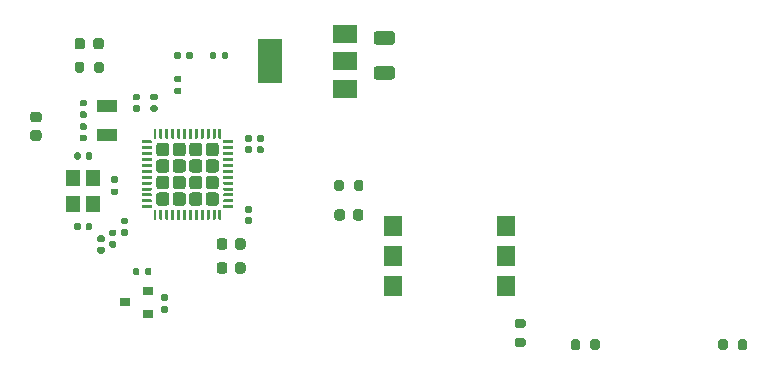
<source format=gbr>
%TF.GenerationSoftware,KiCad,Pcbnew,5.1.9*%
%TF.CreationDate,2021-04-07T12:29:47+02:00*%
%TF.ProjectId,lampa,6c616d70-612e-46b6-9963-61645f706362,rev?*%
%TF.SameCoordinates,Original*%
%TF.FileFunction,Paste,Top*%
%TF.FilePolarity,Positive*%
%FSLAX46Y46*%
G04 Gerber Fmt 4.6, Leading zero omitted, Abs format (unit mm)*
G04 Created by KiCad (PCBNEW 5.1.9) date 2021-04-07 12:29:47*
%MOMM*%
%LPD*%
G01*
G04 APERTURE LIST*
%ADD10R,0.900000X0.800000*%
%ADD11R,1.500000X1.780000*%
%ADD12R,1.800000X1.000000*%
%ADD13R,1.200000X1.400000*%
%ADD14R,2.000000X1.500000*%
%ADD15R,2.000000X3.800000*%
G04 APERTURE END LIST*
%TO.C,R5*%
G36*
G01*
X123260000Y-90115000D02*
X123260000Y-90485000D01*
G75*
G02*
X123125000Y-90620000I-135000J0D01*
G01*
X122855000Y-90620000D01*
G75*
G02*
X122720000Y-90485000I0J135000D01*
G01*
X122720000Y-90115000D01*
G75*
G02*
X122855000Y-89980000I135000J0D01*
G01*
X123125000Y-89980000D01*
G75*
G02*
X123260000Y-90115000I0J-135000D01*
G01*
G37*
G36*
G01*
X124280000Y-90115000D02*
X124280000Y-90485000D01*
G75*
G02*
X124145000Y-90620000I-135000J0D01*
G01*
X123875000Y-90620000D01*
G75*
G02*
X123740000Y-90485000I0J135000D01*
G01*
X123740000Y-90115000D01*
G75*
G02*
X123875000Y-89980000I135000J0D01*
G01*
X124145000Y-89980000D01*
G75*
G02*
X124280000Y-90115000I0J-135000D01*
G01*
G37*
%TD*%
D10*
%TO.C,Q3*%
X122000000Y-92900000D03*
X124000000Y-91950000D03*
X124000000Y-93850000D03*
%TD*%
%TO.C,R6*%
G36*
G01*
X125215000Y-93240000D02*
X125585000Y-93240000D01*
G75*
G02*
X125720000Y-93375000I0J-135000D01*
G01*
X125720000Y-93645000D01*
G75*
G02*
X125585000Y-93780000I-135000J0D01*
G01*
X125215000Y-93780000D01*
G75*
G02*
X125080000Y-93645000I0J135000D01*
G01*
X125080000Y-93375000D01*
G75*
G02*
X125215000Y-93240000I135000J0D01*
G01*
G37*
G36*
G01*
X125215000Y-92220000D02*
X125585000Y-92220000D01*
G75*
G02*
X125720000Y-92355000I0J-135000D01*
G01*
X125720000Y-92625000D01*
G75*
G02*
X125585000Y-92760000I-135000J0D01*
G01*
X125215000Y-92760000D01*
G75*
G02*
X125080000Y-92625000I0J135000D01*
G01*
X125080000Y-92355000D01*
G75*
G02*
X125215000Y-92220000I135000J0D01*
G01*
G37*
%TD*%
%TO.C,R10*%
G36*
G01*
X127240000Y-72185000D02*
X127240000Y-71815000D01*
G75*
G02*
X127375000Y-71680000I135000J0D01*
G01*
X127645000Y-71680000D01*
G75*
G02*
X127780000Y-71815000I0J-135000D01*
G01*
X127780000Y-72185000D01*
G75*
G02*
X127645000Y-72320000I-135000J0D01*
G01*
X127375000Y-72320000D01*
G75*
G02*
X127240000Y-72185000I0J135000D01*
G01*
G37*
G36*
G01*
X126220000Y-72185000D02*
X126220000Y-71815000D01*
G75*
G02*
X126355000Y-71680000I135000J0D01*
G01*
X126625000Y-71680000D01*
G75*
G02*
X126760000Y-71815000I0J-135000D01*
G01*
X126760000Y-72185000D01*
G75*
G02*
X126625000Y-72320000I-135000J0D01*
G01*
X126355000Y-72320000D01*
G75*
G02*
X126220000Y-72185000I0J135000D01*
G01*
G37*
%TD*%
%TO.C,R9*%
G36*
G01*
X129760000Y-71815000D02*
X129760000Y-72185000D01*
G75*
G02*
X129625000Y-72320000I-135000J0D01*
G01*
X129355000Y-72320000D01*
G75*
G02*
X129220000Y-72185000I0J135000D01*
G01*
X129220000Y-71815000D01*
G75*
G02*
X129355000Y-71680000I135000J0D01*
G01*
X129625000Y-71680000D01*
G75*
G02*
X129760000Y-71815000I0J-135000D01*
G01*
G37*
G36*
G01*
X130780000Y-71815000D02*
X130780000Y-72185000D01*
G75*
G02*
X130645000Y-72320000I-135000J0D01*
G01*
X130375000Y-72320000D01*
G75*
G02*
X130240000Y-72185000I0J135000D01*
G01*
X130240000Y-71815000D01*
G75*
G02*
X130375000Y-71680000I135000J0D01*
G01*
X130645000Y-71680000D01*
G75*
G02*
X130780000Y-71815000I0J-135000D01*
G01*
G37*
%TD*%
%TO.C,C1*%
G36*
G01*
X123170000Y-75800000D02*
X122830000Y-75800000D01*
G75*
G02*
X122690000Y-75660000I0J140000D01*
G01*
X122690000Y-75380000D01*
G75*
G02*
X122830000Y-75240000I140000J0D01*
G01*
X123170000Y-75240000D01*
G75*
G02*
X123310000Y-75380000I0J-140000D01*
G01*
X123310000Y-75660000D01*
G75*
G02*
X123170000Y-75800000I-140000J0D01*
G01*
G37*
G36*
G01*
X123170000Y-76760000D02*
X122830000Y-76760000D01*
G75*
G02*
X122690000Y-76620000I0J140000D01*
G01*
X122690000Y-76340000D01*
G75*
G02*
X122830000Y-76200000I140000J0D01*
G01*
X123170000Y-76200000D01*
G75*
G02*
X123310000Y-76340000I0J-140000D01*
G01*
X123310000Y-76620000D01*
G75*
G02*
X123170000Y-76760000I-140000J0D01*
G01*
G37*
%TD*%
D11*
%TO.C,U3*%
X154265000Y-86460000D03*
X144735000Y-91540000D03*
X154265000Y-89000000D03*
X144735000Y-89000000D03*
X154265000Y-91540000D03*
X144735000Y-86460000D03*
%TD*%
D12*
%TO.C,Y2*%
X120500000Y-78750000D03*
X120500000Y-76250000D03*
%TD*%
D13*
%TO.C,Y1*%
X119350000Y-82400000D03*
X119350000Y-84600000D03*
X117650000Y-84600000D03*
X117650000Y-82400000D03*
%TD*%
%TO.C,U4*%
G36*
G01*
X128865000Y-84475000D02*
X128865000Y-83845000D01*
G75*
G02*
X129115000Y-83595000I250000J0D01*
G01*
X129745000Y-83595000D01*
G75*
G02*
X129995000Y-83845000I0J-250000D01*
G01*
X129995000Y-84475000D01*
G75*
G02*
X129745000Y-84725000I-250000J0D01*
G01*
X129115000Y-84725000D01*
G75*
G02*
X128865000Y-84475000I0J250000D01*
G01*
G37*
G36*
G01*
X128865000Y-83075000D02*
X128865000Y-82445000D01*
G75*
G02*
X129115000Y-82195000I250000J0D01*
G01*
X129745000Y-82195000D01*
G75*
G02*
X129995000Y-82445000I0J-250000D01*
G01*
X129995000Y-83075000D01*
G75*
G02*
X129745000Y-83325000I-250000J0D01*
G01*
X129115000Y-83325000D01*
G75*
G02*
X128865000Y-83075000I0J250000D01*
G01*
G37*
G36*
G01*
X128865000Y-81675000D02*
X128865000Y-81045000D01*
G75*
G02*
X129115000Y-80795000I250000J0D01*
G01*
X129745000Y-80795000D01*
G75*
G02*
X129995000Y-81045000I0J-250000D01*
G01*
X129995000Y-81675000D01*
G75*
G02*
X129745000Y-81925000I-250000J0D01*
G01*
X129115000Y-81925000D01*
G75*
G02*
X128865000Y-81675000I0J250000D01*
G01*
G37*
G36*
G01*
X128865000Y-80275000D02*
X128865000Y-79645000D01*
G75*
G02*
X129115000Y-79395000I250000J0D01*
G01*
X129745000Y-79395000D01*
G75*
G02*
X129995000Y-79645000I0J-250000D01*
G01*
X129995000Y-80275000D01*
G75*
G02*
X129745000Y-80525000I-250000J0D01*
G01*
X129115000Y-80525000D01*
G75*
G02*
X128865000Y-80275000I0J250000D01*
G01*
G37*
G36*
G01*
X127465000Y-84475000D02*
X127465000Y-83845000D01*
G75*
G02*
X127715000Y-83595000I250000J0D01*
G01*
X128345000Y-83595000D01*
G75*
G02*
X128595000Y-83845000I0J-250000D01*
G01*
X128595000Y-84475000D01*
G75*
G02*
X128345000Y-84725000I-250000J0D01*
G01*
X127715000Y-84725000D01*
G75*
G02*
X127465000Y-84475000I0J250000D01*
G01*
G37*
G36*
G01*
X127465000Y-83075000D02*
X127465000Y-82445000D01*
G75*
G02*
X127715000Y-82195000I250000J0D01*
G01*
X128345000Y-82195000D01*
G75*
G02*
X128595000Y-82445000I0J-250000D01*
G01*
X128595000Y-83075000D01*
G75*
G02*
X128345000Y-83325000I-250000J0D01*
G01*
X127715000Y-83325000D01*
G75*
G02*
X127465000Y-83075000I0J250000D01*
G01*
G37*
G36*
G01*
X127465000Y-81675000D02*
X127465000Y-81045000D01*
G75*
G02*
X127715000Y-80795000I250000J0D01*
G01*
X128345000Y-80795000D01*
G75*
G02*
X128595000Y-81045000I0J-250000D01*
G01*
X128595000Y-81675000D01*
G75*
G02*
X128345000Y-81925000I-250000J0D01*
G01*
X127715000Y-81925000D01*
G75*
G02*
X127465000Y-81675000I0J250000D01*
G01*
G37*
G36*
G01*
X127465000Y-80275000D02*
X127465000Y-79645000D01*
G75*
G02*
X127715000Y-79395000I250000J0D01*
G01*
X128345000Y-79395000D01*
G75*
G02*
X128595000Y-79645000I0J-250000D01*
G01*
X128595000Y-80275000D01*
G75*
G02*
X128345000Y-80525000I-250000J0D01*
G01*
X127715000Y-80525000D01*
G75*
G02*
X127465000Y-80275000I0J250000D01*
G01*
G37*
G36*
G01*
X126065000Y-84475000D02*
X126065000Y-83845000D01*
G75*
G02*
X126315000Y-83595000I250000J0D01*
G01*
X126945000Y-83595000D01*
G75*
G02*
X127195000Y-83845000I0J-250000D01*
G01*
X127195000Y-84475000D01*
G75*
G02*
X126945000Y-84725000I-250000J0D01*
G01*
X126315000Y-84725000D01*
G75*
G02*
X126065000Y-84475000I0J250000D01*
G01*
G37*
G36*
G01*
X126065000Y-83075000D02*
X126065000Y-82445000D01*
G75*
G02*
X126315000Y-82195000I250000J0D01*
G01*
X126945000Y-82195000D01*
G75*
G02*
X127195000Y-82445000I0J-250000D01*
G01*
X127195000Y-83075000D01*
G75*
G02*
X126945000Y-83325000I-250000J0D01*
G01*
X126315000Y-83325000D01*
G75*
G02*
X126065000Y-83075000I0J250000D01*
G01*
G37*
G36*
G01*
X126065000Y-81675000D02*
X126065000Y-81045000D01*
G75*
G02*
X126315000Y-80795000I250000J0D01*
G01*
X126945000Y-80795000D01*
G75*
G02*
X127195000Y-81045000I0J-250000D01*
G01*
X127195000Y-81675000D01*
G75*
G02*
X126945000Y-81925000I-250000J0D01*
G01*
X126315000Y-81925000D01*
G75*
G02*
X126065000Y-81675000I0J250000D01*
G01*
G37*
G36*
G01*
X126065000Y-80275000D02*
X126065000Y-79645000D01*
G75*
G02*
X126315000Y-79395000I250000J0D01*
G01*
X126945000Y-79395000D01*
G75*
G02*
X127195000Y-79645000I0J-250000D01*
G01*
X127195000Y-80275000D01*
G75*
G02*
X126945000Y-80525000I-250000J0D01*
G01*
X126315000Y-80525000D01*
G75*
G02*
X126065000Y-80275000I0J250000D01*
G01*
G37*
G36*
G01*
X124665000Y-84475000D02*
X124665000Y-83845000D01*
G75*
G02*
X124915000Y-83595000I250000J0D01*
G01*
X125545000Y-83595000D01*
G75*
G02*
X125795000Y-83845000I0J-250000D01*
G01*
X125795000Y-84475000D01*
G75*
G02*
X125545000Y-84725000I-250000J0D01*
G01*
X124915000Y-84725000D01*
G75*
G02*
X124665000Y-84475000I0J250000D01*
G01*
G37*
G36*
G01*
X124665000Y-83075000D02*
X124665000Y-82445000D01*
G75*
G02*
X124915000Y-82195000I250000J0D01*
G01*
X125545000Y-82195000D01*
G75*
G02*
X125795000Y-82445000I0J-250000D01*
G01*
X125795000Y-83075000D01*
G75*
G02*
X125545000Y-83325000I-250000J0D01*
G01*
X124915000Y-83325000D01*
G75*
G02*
X124665000Y-83075000I0J250000D01*
G01*
G37*
G36*
G01*
X124665000Y-81675000D02*
X124665000Y-81045000D01*
G75*
G02*
X124915000Y-80795000I250000J0D01*
G01*
X125545000Y-80795000D01*
G75*
G02*
X125795000Y-81045000I0J-250000D01*
G01*
X125795000Y-81675000D01*
G75*
G02*
X125545000Y-81925000I-250000J0D01*
G01*
X124915000Y-81925000D01*
G75*
G02*
X124665000Y-81675000I0J250000D01*
G01*
G37*
G36*
G01*
X124665000Y-80275000D02*
X124665000Y-79645000D01*
G75*
G02*
X124915000Y-79395000I250000J0D01*
G01*
X125545000Y-79395000D01*
G75*
G02*
X125795000Y-79645000I0J-250000D01*
G01*
X125795000Y-80275000D01*
G75*
G02*
X125545000Y-80525000I-250000J0D01*
G01*
X124915000Y-80525000D01*
G75*
G02*
X124665000Y-80275000I0J250000D01*
G01*
G37*
G36*
G01*
X124455000Y-78997500D02*
X124455000Y-78247500D01*
G75*
G02*
X124517500Y-78185000I62500J0D01*
G01*
X124642500Y-78185000D01*
G75*
G02*
X124705000Y-78247500I0J-62500D01*
G01*
X124705000Y-78997500D01*
G75*
G02*
X124642500Y-79060000I-62500J0D01*
G01*
X124517500Y-79060000D01*
G75*
G02*
X124455000Y-78997500I0J62500D01*
G01*
G37*
G36*
G01*
X124955000Y-78997500D02*
X124955000Y-78247500D01*
G75*
G02*
X125017500Y-78185000I62500J0D01*
G01*
X125142500Y-78185000D01*
G75*
G02*
X125205000Y-78247500I0J-62500D01*
G01*
X125205000Y-78997500D01*
G75*
G02*
X125142500Y-79060000I-62500J0D01*
G01*
X125017500Y-79060000D01*
G75*
G02*
X124955000Y-78997500I0J62500D01*
G01*
G37*
G36*
G01*
X125455000Y-78997500D02*
X125455000Y-78247500D01*
G75*
G02*
X125517500Y-78185000I62500J0D01*
G01*
X125642500Y-78185000D01*
G75*
G02*
X125705000Y-78247500I0J-62500D01*
G01*
X125705000Y-78997500D01*
G75*
G02*
X125642500Y-79060000I-62500J0D01*
G01*
X125517500Y-79060000D01*
G75*
G02*
X125455000Y-78997500I0J62500D01*
G01*
G37*
G36*
G01*
X125955000Y-78997500D02*
X125955000Y-78247500D01*
G75*
G02*
X126017500Y-78185000I62500J0D01*
G01*
X126142500Y-78185000D01*
G75*
G02*
X126205000Y-78247500I0J-62500D01*
G01*
X126205000Y-78997500D01*
G75*
G02*
X126142500Y-79060000I-62500J0D01*
G01*
X126017500Y-79060000D01*
G75*
G02*
X125955000Y-78997500I0J62500D01*
G01*
G37*
G36*
G01*
X126455000Y-78997500D02*
X126455000Y-78247500D01*
G75*
G02*
X126517500Y-78185000I62500J0D01*
G01*
X126642500Y-78185000D01*
G75*
G02*
X126705000Y-78247500I0J-62500D01*
G01*
X126705000Y-78997500D01*
G75*
G02*
X126642500Y-79060000I-62500J0D01*
G01*
X126517500Y-79060000D01*
G75*
G02*
X126455000Y-78997500I0J62500D01*
G01*
G37*
G36*
G01*
X126955000Y-78997500D02*
X126955000Y-78247500D01*
G75*
G02*
X127017500Y-78185000I62500J0D01*
G01*
X127142500Y-78185000D01*
G75*
G02*
X127205000Y-78247500I0J-62500D01*
G01*
X127205000Y-78997500D01*
G75*
G02*
X127142500Y-79060000I-62500J0D01*
G01*
X127017500Y-79060000D01*
G75*
G02*
X126955000Y-78997500I0J62500D01*
G01*
G37*
G36*
G01*
X127455000Y-78997500D02*
X127455000Y-78247500D01*
G75*
G02*
X127517500Y-78185000I62500J0D01*
G01*
X127642500Y-78185000D01*
G75*
G02*
X127705000Y-78247500I0J-62500D01*
G01*
X127705000Y-78997500D01*
G75*
G02*
X127642500Y-79060000I-62500J0D01*
G01*
X127517500Y-79060000D01*
G75*
G02*
X127455000Y-78997500I0J62500D01*
G01*
G37*
G36*
G01*
X127955000Y-78997500D02*
X127955000Y-78247500D01*
G75*
G02*
X128017500Y-78185000I62500J0D01*
G01*
X128142500Y-78185000D01*
G75*
G02*
X128205000Y-78247500I0J-62500D01*
G01*
X128205000Y-78997500D01*
G75*
G02*
X128142500Y-79060000I-62500J0D01*
G01*
X128017500Y-79060000D01*
G75*
G02*
X127955000Y-78997500I0J62500D01*
G01*
G37*
G36*
G01*
X128455000Y-78997500D02*
X128455000Y-78247500D01*
G75*
G02*
X128517500Y-78185000I62500J0D01*
G01*
X128642500Y-78185000D01*
G75*
G02*
X128705000Y-78247500I0J-62500D01*
G01*
X128705000Y-78997500D01*
G75*
G02*
X128642500Y-79060000I-62500J0D01*
G01*
X128517500Y-79060000D01*
G75*
G02*
X128455000Y-78997500I0J62500D01*
G01*
G37*
G36*
G01*
X128955000Y-78997500D02*
X128955000Y-78247500D01*
G75*
G02*
X129017500Y-78185000I62500J0D01*
G01*
X129142500Y-78185000D01*
G75*
G02*
X129205000Y-78247500I0J-62500D01*
G01*
X129205000Y-78997500D01*
G75*
G02*
X129142500Y-79060000I-62500J0D01*
G01*
X129017500Y-79060000D01*
G75*
G02*
X128955000Y-78997500I0J62500D01*
G01*
G37*
G36*
G01*
X129455000Y-78997500D02*
X129455000Y-78247500D01*
G75*
G02*
X129517500Y-78185000I62500J0D01*
G01*
X129642500Y-78185000D01*
G75*
G02*
X129705000Y-78247500I0J-62500D01*
G01*
X129705000Y-78997500D01*
G75*
G02*
X129642500Y-79060000I-62500J0D01*
G01*
X129517500Y-79060000D01*
G75*
G02*
X129455000Y-78997500I0J62500D01*
G01*
G37*
G36*
G01*
X129955000Y-78997500D02*
X129955000Y-78247500D01*
G75*
G02*
X130017500Y-78185000I62500J0D01*
G01*
X130142500Y-78185000D01*
G75*
G02*
X130205000Y-78247500I0J-62500D01*
G01*
X130205000Y-78997500D01*
G75*
G02*
X130142500Y-79060000I-62500J0D01*
G01*
X130017500Y-79060000D01*
G75*
G02*
X129955000Y-78997500I0J62500D01*
G01*
G37*
G36*
G01*
X130330000Y-79372500D02*
X130330000Y-79247500D01*
G75*
G02*
X130392500Y-79185000I62500J0D01*
G01*
X131142500Y-79185000D01*
G75*
G02*
X131205000Y-79247500I0J-62500D01*
G01*
X131205000Y-79372500D01*
G75*
G02*
X131142500Y-79435000I-62500J0D01*
G01*
X130392500Y-79435000D01*
G75*
G02*
X130330000Y-79372500I0J62500D01*
G01*
G37*
G36*
G01*
X130330000Y-79872500D02*
X130330000Y-79747500D01*
G75*
G02*
X130392500Y-79685000I62500J0D01*
G01*
X131142500Y-79685000D01*
G75*
G02*
X131205000Y-79747500I0J-62500D01*
G01*
X131205000Y-79872500D01*
G75*
G02*
X131142500Y-79935000I-62500J0D01*
G01*
X130392500Y-79935000D01*
G75*
G02*
X130330000Y-79872500I0J62500D01*
G01*
G37*
G36*
G01*
X130330000Y-80372500D02*
X130330000Y-80247500D01*
G75*
G02*
X130392500Y-80185000I62500J0D01*
G01*
X131142500Y-80185000D01*
G75*
G02*
X131205000Y-80247500I0J-62500D01*
G01*
X131205000Y-80372500D01*
G75*
G02*
X131142500Y-80435000I-62500J0D01*
G01*
X130392500Y-80435000D01*
G75*
G02*
X130330000Y-80372500I0J62500D01*
G01*
G37*
G36*
G01*
X130330000Y-80872500D02*
X130330000Y-80747500D01*
G75*
G02*
X130392500Y-80685000I62500J0D01*
G01*
X131142500Y-80685000D01*
G75*
G02*
X131205000Y-80747500I0J-62500D01*
G01*
X131205000Y-80872500D01*
G75*
G02*
X131142500Y-80935000I-62500J0D01*
G01*
X130392500Y-80935000D01*
G75*
G02*
X130330000Y-80872500I0J62500D01*
G01*
G37*
G36*
G01*
X130330000Y-81372500D02*
X130330000Y-81247500D01*
G75*
G02*
X130392500Y-81185000I62500J0D01*
G01*
X131142500Y-81185000D01*
G75*
G02*
X131205000Y-81247500I0J-62500D01*
G01*
X131205000Y-81372500D01*
G75*
G02*
X131142500Y-81435000I-62500J0D01*
G01*
X130392500Y-81435000D01*
G75*
G02*
X130330000Y-81372500I0J62500D01*
G01*
G37*
G36*
G01*
X130330000Y-81872500D02*
X130330000Y-81747500D01*
G75*
G02*
X130392500Y-81685000I62500J0D01*
G01*
X131142500Y-81685000D01*
G75*
G02*
X131205000Y-81747500I0J-62500D01*
G01*
X131205000Y-81872500D01*
G75*
G02*
X131142500Y-81935000I-62500J0D01*
G01*
X130392500Y-81935000D01*
G75*
G02*
X130330000Y-81872500I0J62500D01*
G01*
G37*
G36*
G01*
X130330000Y-82372500D02*
X130330000Y-82247500D01*
G75*
G02*
X130392500Y-82185000I62500J0D01*
G01*
X131142500Y-82185000D01*
G75*
G02*
X131205000Y-82247500I0J-62500D01*
G01*
X131205000Y-82372500D01*
G75*
G02*
X131142500Y-82435000I-62500J0D01*
G01*
X130392500Y-82435000D01*
G75*
G02*
X130330000Y-82372500I0J62500D01*
G01*
G37*
G36*
G01*
X130330000Y-82872500D02*
X130330000Y-82747500D01*
G75*
G02*
X130392500Y-82685000I62500J0D01*
G01*
X131142500Y-82685000D01*
G75*
G02*
X131205000Y-82747500I0J-62500D01*
G01*
X131205000Y-82872500D01*
G75*
G02*
X131142500Y-82935000I-62500J0D01*
G01*
X130392500Y-82935000D01*
G75*
G02*
X130330000Y-82872500I0J62500D01*
G01*
G37*
G36*
G01*
X130330000Y-83372500D02*
X130330000Y-83247500D01*
G75*
G02*
X130392500Y-83185000I62500J0D01*
G01*
X131142500Y-83185000D01*
G75*
G02*
X131205000Y-83247500I0J-62500D01*
G01*
X131205000Y-83372500D01*
G75*
G02*
X131142500Y-83435000I-62500J0D01*
G01*
X130392500Y-83435000D01*
G75*
G02*
X130330000Y-83372500I0J62500D01*
G01*
G37*
G36*
G01*
X130330000Y-83872500D02*
X130330000Y-83747500D01*
G75*
G02*
X130392500Y-83685000I62500J0D01*
G01*
X131142500Y-83685000D01*
G75*
G02*
X131205000Y-83747500I0J-62500D01*
G01*
X131205000Y-83872500D01*
G75*
G02*
X131142500Y-83935000I-62500J0D01*
G01*
X130392500Y-83935000D01*
G75*
G02*
X130330000Y-83872500I0J62500D01*
G01*
G37*
G36*
G01*
X130330000Y-84372500D02*
X130330000Y-84247500D01*
G75*
G02*
X130392500Y-84185000I62500J0D01*
G01*
X131142500Y-84185000D01*
G75*
G02*
X131205000Y-84247500I0J-62500D01*
G01*
X131205000Y-84372500D01*
G75*
G02*
X131142500Y-84435000I-62500J0D01*
G01*
X130392500Y-84435000D01*
G75*
G02*
X130330000Y-84372500I0J62500D01*
G01*
G37*
G36*
G01*
X130330000Y-84872500D02*
X130330000Y-84747500D01*
G75*
G02*
X130392500Y-84685000I62500J0D01*
G01*
X131142500Y-84685000D01*
G75*
G02*
X131205000Y-84747500I0J-62500D01*
G01*
X131205000Y-84872500D01*
G75*
G02*
X131142500Y-84935000I-62500J0D01*
G01*
X130392500Y-84935000D01*
G75*
G02*
X130330000Y-84872500I0J62500D01*
G01*
G37*
G36*
G01*
X129955000Y-85872500D02*
X129955000Y-85122500D01*
G75*
G02*
X130017500Y-85060000I62500J0D01*
G01*
X130142500Y-85060000D01*
G75*
G02*
X130205000Y-85122500I0J-62500D01*
G01*
X130205000Y-85872500D01*
G75*
G02*
X130142500Y-85935000I-62500J0D01*
G01*
X130017500Y-85935000D01*
G75*
G02*
X129955000Y-85872500I0J62500D01*
G01*
G37*
G36*
G01*
X129455000Y-85872500D02*
X129455000Y-85122500D01*
G75*
G02*
X129517500Y-85060000I62500J0D01*
G01*
X129642500Y-85060000D01*
G75*
G02*
X129705000Y-85122500I0J-62500D01*
G01*
X129705000Y-85872500D01*
G75*
G02*
X129642500Y-85935000I-62500J0D01*
G01*
X129517500Y-85935000D01*
G75*
G02*
X129455000Y-85872500I0J62500D01*
G01*
G37*
G36*
G01*
X128955000Y-85872500D02*
X128955000Y-85122500D01*
G75*
G02*
X129017500Y-85060000I62500J0D01*
G01*
X129142500Y-85060000D01*
G75*
G02*
X129205000Y-85122500I0J-62500D01*
G01*
X129205000Y-85872500D01*
G75*
G02*
X129142500Y-85935000I-62500J0D01*
G01*
X129017500Y-85935000D01*
G75*
G02*
X128955000Y-85872500I0J62500D01*
G01*
G37*
G36*
G01*
X128455000Y-85872500D02*
X128455000Y-85122500D01*
G75*
G02*
X128517500Y-85060000I62500J0D01*
G01*
X128642500Y-85060000D01*
G75*
G02*
X128705000Y-85122500I0J-62500D01*
G01*
X128705000Y-85872500D01*
G75*
G02*
X128642500Y-85935000I-62500J0D01*
G01*
X128517500Y-85935000D01*
G75*
G02*
X128455000Y-85872500I0J62500D01*
G01*
G37*
G36*
G01*
X127955000Y-85872500D02*
X127955000Y-85122500D01*
G75*
G02*
X128017500Y-85060000I62500J0D01*
G01*
X128142500Y-85060000D01*
G75*
G02*
X128205000Y-85122500I0J-62500D01*
G01*
X128205000Y-85872500D01*
G75*
G02*
X128142500Y-85935000I-62500J0D01*
G01*
X128017500Y-85935000D01*
G75*
G02*
X127955000Y-85872500I0J62500D01*
G01*
G37*
G36*
G01*
X127455000Y-85872500D02*
X127455000Y-85122500D01*
G75*
G02*
X127517500Y-85060000I62500J0D01*
G01*
X127642500Y-85060000D01*
G75*
G02*
X127705000Y-85122500I0J-62500D01*
G01*
X127705000Y-85872500D01*
G75*
G02*
X127642500Y-85935000I-62500J0D01*
G01*
X127517500Y-85935000D01*
G75*
G02*
X127455000Y-85872500I0J62500D01*
G01*
G37*
G36*
G01*
X126955000Y-85872500D02*
X126955000Y-85122500D01*
G75*
G02*
X127017500Y-85060000I62500J0D01*
G01*
X127142500Y-85060000D01*
G75*
G02*
X127205000Y-85122500I0J-62500D01*
G01*
X127205000Y-85872500D01*
G75*
G02*
X127142500Y-85935000I-62500J0D01*
G01*
X127017500Y-85935000D01*
G75*
G02*
X126955000Y-85872500I0J62500D01*
G01*
G37*
G36*
G01*
X126455000Y-85872500D02*
X126455000Y-85122500D01*
G75*
G02*
X126517500Y-85060000I62500J0D01*
G01*
X126642500Y-85060000D01*
G75*
G02*
X126705000Y-85122500I0J-62500D01*
G01*
X126705000Y-85872500D01*
G75*
G02*
X126642500Y-85935000I-62500J0D01*
G01*
X126517500Y-85935000D01*
G75*
G02*
X126455000Y-85872500I0J62500D01*
G01*
G37*
G36*
G01*
X125955000Y-85872500D02*
X125955000Y-85122500D01*
G75*
G02*
X126017500Y-85060000I62500J0D01*
G01*
X126142500Y-85060000D01*
G75*
G02*
X126205000Y-85122500I0J-62500D01*
G01*
X126205000Y-85872500D01*
G75*
G02*
X126142500Y-85935000I-62500J0D01*
G01*
X126017500Y-85935000D01*
G75*
G02*
X125955000Y-85872500I0J62500D01*
G01*
G37*
G36*
G01*
X125455000Y-85872500D02*
X125455000Y-85122500D01*
G75*
G02*
X125517500Y-85060000I62500J0D01*
G01*
X125642500Y-85060000D01*
G75*
G02*
X125705000Y-85122500I0J-62500D01*
G01*
X125705000Y-85872500D01*
G75*
G02*
X125642500Y-85935000I-62500J0D01*
G01*
X125517500Y-85935000D01*
G75*
G02*
X125455000Y-85872500I0J62500D01*
G01*
G37*
G36*
G01*
X124955000Y-85872500D02*
X124955000Y-85122500D01*
G75*
G02*
X125017500Y-85060000I62500J0D01*
G01*
X125142500Y-85060000D01*
G75*
G02*
X125205000Y-85122500I0J-62500D01*
G01*
X125205000Y-85872500D01*
G75*
G02*
X125142500Y-85935000I-62500J0D01*
G01*
X125017500Y-85935000D01*
G75*
G02*
X124955000Y-85872500I0J62500D01*
G01*
G37*
G36*
G01*
X124455000Y-85872500D02*
X124455000Y-85122500D01*
G75*
G02*
X124517500Y-85060000I62500J0D01*
G01*
X124642500Y-85060000D01*
G75*
G02*
X124705000Y-85122500I0J-62500D01*
G01*
X124705000Y-85872500D01*
G75*
G02*
X124642500Y-85935000I-62500J0D01*
G01*
X124517500Y-85935000D01*
G75*
G02*
X124455000Y-85872500I0J62500D01*
G01*
G37*
G36*
G01*
X123455000Y-84872500D02*
X123455000Y-84747500D01*
G75*
G02*
X123517500Y-84685000I62500J0D01*
G01*
X124267500Y-84685000D01*
G75*
G02*
X124330000Y-84747500I0J-62500D01*
G01*
X124330000Y-84872500D01*
G75*
G02*
X124267500Y-84935000I-62500J0D01*
G01*
X123517500Y-84935000D01*
G75*
G02*
X123455000Y-84872500I0J62500D01*
G01*
G37*
G36*
G01*
X123455000Y-84372500D02*
X123455000Y-84247500D01*
G75*
G02*
X123517500Y-84185000I62500J0D01*
G01*
X124267500Y-84185000D01*
G75*
G02*
X124330000Y-84247500I0J-62500D01*
G01*
X124330000Y-84372500D01*
G75*
G02*
X124267500Y-84435000I-62500J0D01*
G01*
X123517500Y-84435000D01*
G75*
G02*
X123455000Y-84372500I0J62500D01*
G01*
G37*
G36*
G01*
X123455000Y-83872500D02*
X123455000Y-83747500D01*
G75*
G02*
X123517500Y-83685000I62500J0D01*
G01*
X124267500Y-83685000D01*
G75*
G02*
X124330000Y-83747500I0J-62500D01*
G01*
X124330000Y-83872500D01*
G75*
G02*
X124267500Y-83935000I-62500J0D01*
G01*
X123517500Y-83935000D01*
G75*
G02*
X123455000Y-83872500I0J62500D01*
G01*
G37*
G36*
G01*
X123455000Y-83372500D02*
X123455000Y-83247500D01*
G75*
G02*
X123517500Y-83185000I62500J0D01*
G01*
X124267500Y-83185000D01*
G75*
G02*
X124330000Y-83247500I0J-62500D01*
G01*
X124330000Y-83372500D01*
G75*
G02*
X124267500Y-83435000I-62500J0D01*
G01*
X123517500Y-83435000D01*
G75*
G02*
X123455000Y-83372500I0J62500D01*
G01*
G37*
G36*
G01*
X123455000Y-82872500D02*
X123455000Y-82747500D01*
G75*
G02*
X123517500Y-82685000I62500J0D01*
G01*
X124267500Y-82685000D01*
G75*
G02*
X124330000Y-82747500I0J-62500D01*
G01*
X124330000Y-82872500D01*
G75*
G02*
X124267500Y-82935000I-62500J0D01*
G01*
X123517500Y-82935000D01*
G75*
G02*
X123455000Y-82872500I0J62500D01*
G01*
G37*
G36*
G01*
X123455000Y-82372500D02*
X123455000Y-82247500D01*
G75*
G02*
X123517500Y-82185000I62500J0D01*
G01*
X124267500Y-82185000D01*
G75*
G02*
X124330000Y-82247500I0J-62500D01*
G01*
X124330000Y-82372500D01*
G75*
G02*
X124267500Y-82435000I-62500J0D01*
G01*
X123517500Y-82435000D01*
G75*
G02*
X123455000Y-82372500I0J62500D01*
G01*
G37*
G36*
G01*
X123455000Y-81872500D02*
X123455000Y-81747500D01*
G75*
G02*
X123517500Y-81685000I62500J0D01*
G01*
X124267500Y-81685000D01*
G75*
G02*
X124330000Y-81747500I0J-62500D01*
G01*
X124330000Y-81872500D01*
G75*
G02*
X124267500Y-81935000I-62500J0D01*
G01*
X123517500Y-81935000D01*
G75*
G02*
X123455000Y-81872500I0J62500D01*
G01*
G37*
G36*
G01*
X123455000Y-81372500D02*
X123455000Y-81247500D01*
G75*
G02*
X123517500Y-81185000I62500J0D01*
G01*
X124267500Y-81185000D01*
G75*
G02*
X124330000Y-81247500I0J-62500D01*
G01*
X124330000Y-81372500D01*
G75*
G02*
X124267500Y-81435000I-62500J0D01*
G01*
X123517500Y-81435000D01*
G75*
G02*
X123455000Y-81372500I0J62500D01*
G01*
G37*
G36*
G01*
X123455000Y-80872500D02*
X123455000Y-80747500D01*
G75*
G02*
X123517500Y-80685000I62500J0D01*
G01*
X124267500Y-80685000D01*
G75*
G02*
X124330000Y-80747500I0J-62500D01*
G01*
X124330000Y-80872500D01*
G75*
G02*
X124267500Y-80935000I-62500J0D01*
G01*
X123517500Y-80935000D01*
G75*
G02*
X123455000Y-80872500I0J62500D01*
G01*
G37*
G36*
G01*
X123455000Y-80372500D02*
X123455000Y-80247500D01*
G75*
G02*
X123517500Y-80185000I62500J0D01*
G01*
X124267500Y-80185000D01*
G75*
G02*
X124330000Y-80247500I0J-62500D01*
G01*
X124330000Y-80372500D01*
G75*
G02*
X124267500Y-80435000I-62500J0D01*
G01*
X123517500Y-80435000D01*
G75*
G02*
X123455000Y-80372500I0J62500D01*
G01*
G37*
G36*
G01*
X123455000Y-79872500D02*
X123455000Y-79747500D01*
G75*
G02*
X123517500Y-79685000I62500J0D01*
G01*
X124267500Y-79685000D01*
G75*
G02*
X124330000Y-79747500I0J-62500D01*
G01*
X124330000Y-79872500D01*
G75*
G02*
X124267500Y-79935000I-62500J0D01*
G01*
X123517500Y-79935000D01*
G75*
G02*
X123455000Y-79872500I0J62500D01*
G01*
G37*
G36*
G01*
X123455000Y-79372500D02*
X123455000Y-79247500D01*
G75*
G02*
X123517500Y-79185000I62500J0D01*
G01*
X124267500Y-79185000D01*
G75*
G02*
X124330000Y-79247500I0J-62500D01*
G01*
X124330000Y-79372500D01*
G75*
G02*
X124267500Y-79435000I-62500J0D01*
G01*
X123517500Y-79435000D01*
G75*
G02*
X123455000Y-79372500I0J62500D01*
G01*
G37*
%TD*%
D14*
%TO.C,U1*%
X140650000Y-74800000D03*
X140650000Y-70200000D03*
X140650000Y-72500000D03*
D15*
X134350000Y-72500000D03*
%TD*%
%TO.C,R11*%
G36*
G01*
X126315000Y-74740000D02*
X126685000Y-74740000D01*
G75*
G02*
X126820000Y-74875000I0J-135000D01*
G01*
X126820000Y-75145000D01*
G75*
G02*
X126685000Y-75280000I-135000J0D01*
G01*
X126315000Y-75280000D01*
G75*
G02*
X126180000Y-75145000I0J135000D01*
G01*
X126180000Y-74875000D01*
G75*
G02*
X126315000Y-74740000I135000J0D01*
G01*
G37*
G36*
G01*
X126315000Y-73720000D02*
X126685000Y-73720000D01*
G75*
G02*
X126820000Y-73855000I0J-135000D01*
G01*
X126820000Y-74125000D01*
G75*
G02*
X126685000Y-74260000I-135000J0D01*
G01*
X126315000Y-74260000D01*
G75*
G02*
X126180000Y-74125000I0J135000D01*
G01*
X126180000Y-73855000D01*
G75*
G02*
X126315000Y-73720000I135000J0D01*
G01*
G37*
%TD*%
%TO.C,R7*%
G36*
G01*
X141425000Y-83275000D02*
X141425000Y-82725000D01*
G75*
G02*
X141625000Y-82525000I200000J0D01*
G01*
X142025000Y-82525000D01*
G75*
G02*
X142225000Y-82725000I0J-200000D01*
G01*
X142225000Y-83275000D01*
G75*
G02*
X142025000Y-83475000I-200000J0D01*
G01*
X141625000Y-83475000D01*
G75*
G02*
X141425000Y-83275000I0J200000D01*
G01*
G37*
G36*
G01*
X139775000Y-83275000D02*
X139775000Y-82725000D01*
G75*
G02*
X139975000Y-82525000I200000J0D01*
G01*
X140375000Y-82525000D01*
G75*
G02*
X140575000Y-82725000I0J-200000D01*
G01*
X140575000Y-83275000D01*
G75*
G02*
X140375000Y-83475000I-200000J0D01*
G01*
X139975000Y-83475000D01*
G75*
G02*
X139775000Y-83275000I0J200000D01*
G01*
G37*
%TD*%
%TO.C,R8*%
G36*
G01*
X119425000Y-73275000D02*
X119425000Y-72725000D01*
G75*
G02*
X119625000Y-72525000I200000J0D01*
G01*
X120025000Y-72525000D01*
G75*
G02*
X120225000Y-72725000I0J-200000D01*
G01*
X120225000Y-73275000D01*
G75*
G02*
X120025000Y-73475000I-200000J0D01*
G01*
X119625000Y-73475000D01*
G75*
G02*
X119425000Y-73275000I0J200000D01*
G01*
G37*
G36*
G01*
X117775000Y-73275000D02*
X117775000Y-72725000D01*
G75*
G02*
X117975000Y-72525000I200000J0D01*
G01*
X118375000Y-72525000D01*
G75*
G02*
X118575000Y-72725000I0J-200000D01*
G01*
X118575000Y-73275000D01*
G75*
G02*
X118375000Y-73475000I-200000J0D01*
G01*
X117975000Y-73475000D01*
G75*
G02*
X117775000Y-73275000I0J200000D01*
G01*
G37*
%TD*%
%TO.C,R4*%
G36*
G01*
X173925000Y-96775000D02*
X173925000Y-96225000D01*
G75*
G02*
X174125000Y-96025000I200000J0D01*
G01*
X174525000Y-96025000D01*
G75*
G02*
X174725000Y-96225000I0J-200000D01*
G01*
X174725000Y-96775000D01*
G75*
G02*
X174525000Y-96975000I-200000J0D01*
G01*
X174125000Y-96975000D01*
G75*
G02*
X173925000Y-96775000I0J200000D01*
G01*
G37*
G36*
G01*
X172275000Y-96775000D02*
X172275000Y-96225000D01*
G75*
G02*
X172475000Y-96025000I200000J0D01*
G01*
X172875000Y-96025000D01*
G75*
G02*
X173075000Y-96225000I0J-200000D01*
G01*
X173075000Y-96775000D01*
G75*
G02*
X172875000Y-96975000I-200000J0D01*
G01*
X172475000Y-96975000D01*
G75*
G02*
X172275000Y-96775000I0J200000D01*
G01*
G37*
%TD*%
%TO.C,R3*%
G36*
G01*
X155225000Y-95925000D02*
X155775000Y-95925000D01*
G75*
G02*
X155975000Y-96125000I0J-200000D01*
G01*
X155975000Y-96525000D01*
G75*
G02*
X155775000Y-96725000I-200000J0D01*
G01*
X155225000Y-96725000D01*
G75*
G02*
X155025000Y-96525000I0J200000D01*
G01*
X155025000Y-96125000D01*
G75*
G02*
X155225000Y-95925000I200000J0D01*
G01*
G37*
G36*
G01*
X155225000Y-94275000D02*
X155775000Y-94275000D01*
G75*
G02*
X155975000Y-94475000I0J-200000D01*
G01*
X155975000Y-94875000D01*
G75*
G02*
X155775000Y-95075000I-200000J0D01*
G01*
X155225000Y-95075000D01*
G75*
G02*
X155025000Y-94875000I0J200000D01*
G01*
X155025000Y-94475000D01*
G75*
G02*
X155225000Y-94275000I200000J0D01*
G01*
G37*
%TD*%
%TO.C,R2*%
G36*
G01*
X160575000Y-96225000D02*
X160575000Y-96775000D01*
G75*
G02*
X160375000Y-96975000I-200000J0D01*
G01*
X159975000Y-96975000D01*
G75*
G02*
X159775000Y-96775000I0J200000D01*
G01*
X159775000Y-96225000D01*
G75*
G02*
X159975000Y-96025000I200000J0D01*
G01*
X160375000Y-96025000D01*
G75*
G02*
X160575000Y-96225000I0J-200000D01*
G01*
G37*
G36*
G01*
X162225000Y-96225000D02*
X162225000Y-96775000D01*
G75*
G02*
X162025000Y-96975000I-200000J0D01*
G01*
X161625000Y-96975000D01*
G75*
G02*
X161425000Y-96775000I0J200000D01*
G01*
X161425000Y-96225000D01*
G75*
G02*
X161625000Y-96025000I200000J0D01*
G01*
X162025000Y-96025000D01*
G75*
G02*
X162225000Y-96225000I0J-200000D01*
G01*
G37*
%TD*%
%TO.C,R1*%
G36*
G01*
X120965000Y-83265000D02*
X121335000Y-83265000D01*
G75*
G02*
X121470000Y-83400000I0J-135000D01*
G01*
X121470000Y-83670000D01*
G75*
G02*
X121335000Y-83805000I-135000J0D01*
G01*
X120965000Y-83805000D01*
G75*
G02*
X120830000Y-83670000I0J135000D01*
G01*
X120830000Y-83400000D01*
G75*
G02*
X120965000Y-83265000I135000J0D01*
G01*
G37*
G36*
G01*
X120965000Y-82245000D02*
X121335000Y-82245000D01*
G75*
G02*
X121470000Y-82380000I0J-135000D01*
G01*
X121470000Y-82650000D01*
G75*
G02*
X121335000Y-82785000I-135000J0D01*
G01*
X120965000Y-82785000D01*
G75*
G02*
X120830000Y-82650000I0J135000D01*
G01*
X120830000Y-82380000D01*
G75*
G02*
X120965000Y-82245000I135000J0D01*
G01*
G37*
%TD*%
%TO.C,L1*%
G36*
G01*
X120172500Y-87810000D02*
X119827500Y-87810000D01*
G75*
G02*
X119680000Y-87662500I0J147500D01*
G01*
X119680000Y-87367500D01*
G75*
G02*
X119827500Y-87220000I147500J0D01*
G01*
X120172500Y-87220000D01*
G75*
G02*
X120320000Y-87367500I0J-147500D01*
G01*
X120320000Y-87662500D01*
G75*
G02*
X120172500Y-87810000I-147500J0D01*
G01*
G37*
G36*
G01*
X120172500Y-88780000D02*
X119827500Y-88780000D01*
G75*
G02*
X119680000Y-88632500I0J147500D01*
G01*
X119680000Y-88337500D01*
G75*
G02*
X119827500Y-88190000I147500J0D01*
G01*
X120172500Y-88190000D01*
G75*
G02*
X120320000Y-88337500I0J-147500D01*
G01*
X120320000Y-88632500D01*
G75*
G02*
X120172500Y-88780000I-147500J0D01*
G01*
G37*
%TD*%
%TO.C,D2*%
G36*
G01*
X140650000Y-85243750D02*
X140650000Y-85756250D01*
G75*
G02*
X140431250Y-85975000I-218750J0D01*
G01*
X139993750Y-85975000D01*
G75*
G02*
X139775000Y-85756250I0J218750D01*
G01*
X139775000Y-85243750D01*
G75*
G02*
X139993750Y-85025000I218750J0D01*
G01*
X140431250Y-85025000D01*
G75*
G02*
X140650000Y-85243750I0J-218750D01*
G01*
G37*
G36*
G01*
X142225000Y-85243750D02*
X142225000Y-85756250D01*
G75*
G02*
X142006250Y-85975000I-218750J0D01*
G01*
X141568750Y-85975000D01*
G75*
G02*
X141350000Y-85756250I0J218750D01*
G01*
X141350000Y-85243750D01*
G75*
G02*
X141568750Y-85025000I218750J0D01*
G01*
X142006250Y-85025000D01*
G75*
G02*
X142225000Y-85243750I0J-218750D01*
G01*
G37*
%TD*%
%TO.C,D1*%
G36*
G01*
X118650000Y-70743750D02*
X118650000Y-71256250D01*
G75*
G02*
X118431250Y-71475000I-218750J0D01*
G01*
X117993750Y-71475000D01*
G75*
G02*
X117775000Y-71256250I0J218750D01*
G01*
X117775000Y-70743750D01*
G75*
G02*
X117993750Y-70525000I218750J0D01*
G01*
X118431250Y-70525000D01*
G75*
G02*
X118650000Y-70743750I0J-218750D01*
G01*
G37*
G36*
G01*
X120225000Y-70743750D02*
X120225000Y-71256250D01*
G75*
G02*
X120006250Y-71475000I-218750J0D01*
G01*
X119568750Y-71475000D01*
G75*
G02*
X119350000Y-71256250I0J218750D01*
G01*
X119350000Y-70743750D01*
G75*
G02*
X119568750Y-70525000I218750J0D01*
G01*
X120006250Y-70525000D01*
G75*
G02*
X120225000Y-70743750I0J-218750D01*
G01*
G37*
%TD*%
%TO.C,C15*%
G36*
G01*
X114750000Y-77675000D02*
X114250000Y-77675000D01*
G75*
G02*
X114025000Y-77450000I0J225000D01*
G01*
X114025000Y-77000000D01*
G75*
G02*
X114250000Y-76775000I225000J0D01*
G01*
X114750000Y-76775000D01*
G75*
G02*
X114975000Y-77000000I0J-225000D01*
G01*
X114975000Y-77450000D01*
G75*
G02*
X114750000Y-77675000I-225000J0D01*
G01*
G37*
G36*
G01*
X114750000Y-79225000D02*
X114250000Y-79225000D01*
G75*
G02*
X114025000Y-79000000I0J225000D01*
G01*
X114025000Y-78550000D01*
G75*
G02*
X114250000Y-78325000I225000J0D01*
G01*
X114750000Y-78325000D01*
G75*
G02*
X114975000Y-78550000I0J-225000D01*
G01*
X114975000Y-79000000D01*
G75*
G02*
X114750000Y-79225000I-225000J0D01*
G01*
G37*
%TD*%
%TO.C,C14*%
G36*
G01*
X118670000Y-78300000D02*
X118330000Y-78300000D01*
G75*
G02*
X118190000Y-78160000I0J140000D01*
G01*
X118190000Y-77880000D01*
G75*
G02*
X118330000Y-77740000I140000J0D01*
G01*
X118670000Y-77740000D01*
G75*
G02*
X118810000Y-77880000I0J-140000D01*
G01*
X118810000Y-78160000D01*
G75*
G02*
X118670000Y-78300000I-140000J0D01*
G01*
G37*
G36*
G01*
X118670000Y-79260000D02*
X118330000Y-79260000D01*
G75*
G02*
X118190000Y-79120000I0J140000D01*
G01*
X118190000Y-78840000D01*
G75*
G02*
X118330000Y-78700000I140000J0D01*
G01*
X118670000Y-78700000D01*
G75*
G02*
X118810000Y-78840000I0J-140000D01*
G01*
X118810000Y-79120000D01*
G75*
G02*
X118670000Y-79260000I-140000J0D01*
G01*
G37*
%TD*%
%TO.C,C13*%
G36*
G01*
X118330000Y-76720000D02*
X118670000Y-76720000D01*
G75*
G02*
X118810000Y-76860000I0J-140000D01*
G01*
X118810000Y-77140000D01*
G75*
G02*
X118670000Y-77280000I-140000J0D01*
G01*
X118330000Y-77280000D01*
G75*
G02*
X118190000Y-77140000I0J140000D01*
G01*
X118190000Y-76860000D01*
G75*
G02*
X118330000Y-76720000I140000J0D01*
G01*
G37*
G36*
G01*
X118330000Y-75760000D02*
X118670000Y-75760000D01*
G75*
G02*
X118810000Y-75900000I0J-140000D01*
G01*
X118810000Y-76180000D01*
G75*
G02*
X118670000Y-76320000I-140000J0D01*
G01*
X118330000Y-76320000D01*
G75*
G02*
X118190000Y-76180000I0J140000D01*
G01*
X118190000Y-75900000D01*
G75*
G02*
X118330000Y-75760000I140000J0D01*
G01*
G37*
%TD*%
%TO.C,C12*%
G36*
G01*
X131357000Y-88214000D02*
X131357000Y-87714000D01*
G75*
G02*
X131582000Y-87489000I225000J0D01*
G01*
X132032000Y-87489000D01*
G75*
G02*
X132257000Y-87714000I0J-225000D01*
G01*
X132257000Y-88214000D01*
G75*
G02*
X132032000Y-88439000I-225000J0D01*
G01*
X131582000Y-88439000D01*
G75*
G02*
X131357000Y-88214000I0J225000D01*
G01*
G37*
G36*
G01*
X129807000Y-88214000D02*
X129807000Y-87714000D01*
G75*
G02*
X130032000Y-87489000I225000J0D01*
G01*
X130482000Y-87489000D01*
G75*
G02*
X130707000Y-87714000I0J-225000D01*
G01*
X130707000Y-88214000D01*
G75*
G02*
X130482000Y-88439000I-225000J0D01*
G01*
X130032000Y-88439000D01*
G75*
G02*
X129807000Y-88214000I0J225000D01*
G01*
G37*
%TD*%
%TO.C,C11*%
G36*
G01*
X131357000Y-90246000D02*
X131357000Y-89746000D01*
G75*
G02*
X131582000Y-89521000I225000J0D01*
G01*
X132032000Y-89521000D01*
G75*
G02*
X132257000Y-89746000I0J-225000D01*
G01*
X132257000Y-90246000D01*
G75*
G02*
X132032000Y-90471000I-225000J0D01*
G01*
X131582000Y-90471000D01*
G75*
G02*
X131357000Y-90246000I0J225000D01*
G01*
G37*
G36*
G01*
X129807000Y-90246000D02*
X129807000Y-89746000D01*
G75*
G02*
X130032000Y-89521000I225000J0D01*
G01*
X130482000Y-89521000D01*
G75*
G02*
X130707000Y-89746000I0J-225000D01*
G01*
X130707000Y-90246000D01*
G75*
G02*
X130482000Y-90471000I-225000J0D01*
G01*
X130032000Y-90471000D01*
G75*
G02*
X129807000Y-90246000I0J225000D01*
G01*
G37*
%TD*%
%TO.C,C10*%
G36*
G01*
X118300000Y-86330000D02*
X118300000Y-86670000D01*
G75*
G02*
X118160000Y-86810000I-140000J0D01*
G01*
X117880000Y-86810000D01*
G75*
G02*
X117740000Y-86670000I0J140000D01*
G01*
X117740000Y-86330000D01*
G75*
G02*
X117880000Y-86190000I140000J0D01*
G01*
X118160000Y-86190000D01*
G75*
G02*
X118300000Y-86330000I0J-140000D01*
G01*
G37*
G36*
G01*
X119260000Y-86330000D02*
X119260000Y-86670000D01*
G75*
G02*
X119120000Y-86810000I-140000J0D01*
G01*
X118840000Y-86810000D01*
G75*
G02*
X118700000Y-86670000I0J140000D01*
G01*
X118700000Y-86330000D01*
G75*
G02*
X118840000Y-86190000I140000J0D01*
G01*
X119120000Y-86190000D01*
G75*
G02*
X119260000Y-86330000I0J-140000D01*
G01*
G37*
%TD*%
%TO.C,C9*%
G36*
G01*
X118300000Y-80330000D02*
X118300000Y-80670000D01*
G75*
G02*
X118160000Y-80810000I-140000J0D01*
G01*
X117880000Y-80810000D01*
G75*
G02*
X117740000Y-80670000I0J140000D01*
G01*
X117740000Y-80330000D01*
G75*
G02*
X117880000Y-80190000I140000J0D01*
G01*
X118160000Y-80190000D01*
G75*
G02*
X118300000Y-80330000I0J-140000D01*
G01*
G37*
G36*
G01*
X119260000Y-80330000D02*
X119260000Y-80670000D01*
G75*
G02*
X119120000Y-80810000I-140000J0D01*
G01*
X118840000Y-80810000D01*
G75*
G02*
X118700000Y-80670000I0J140000D01*
G01*
X118700000Y-80330000D01*
G75*
G02*
X118840000Y-80190000I140000J0D01*
G01*
X119120000Y-80190000D01*
G75*
G02*
X119260000Y-80330000I0J-140000D01*
G01*
G37*
%TD*%
%TO.C,C8*%
G36*
G01*
X143349999Y-72900000D02*
X144650001Y-72900000D01*
G75*
G02*
X144900000Y-73149999I0J-249999D01*
G01*
X144900000Y-73800001D01*
G75*
G02*
X144650001Y-74050000I-249999J0D01*
G01*
X143349999Y-74050000D01*
G75*
G02*
X143100000Y-73800001I0J249999D01*
G01*
X143100000Y-73149999D01*
G75*
G02*
X143349999Y-72900000I249999J0D01*
G01*
G37*
G36*
G01*
X143349999Y-69950000D02*
X144650001Y-69950000D01*
G75*
G02*
X144900000Y-70199999I0J-249999D01*
G01*
X144900000Y-70850001D01*
G75*
G02*
X144650001Y-71100000I-249999J0D01*
G01*
X143349999Y-71100000D01*
G75*
G02*
X143100000Y-70850001I0J249999D01*
G01*
X143100000Y-70199999D01*
G75*
G02*
X143349999Y-69950000I249999J0D01*
G01*
G37*
%TD*%
%TO.C,C7*%
G36*
G01*
X120830000Y-87700000D02*
X121170000Y-87700000D01*
G75*
G02*
X121310000Y-87840000I0J-140000D01*
G01*
X121310000Y-88120000D01*
G75*
G02*
X121170000Y-88260000I-140000J0D01*
G01*
X120830000Y-88260000D01*
G75*
G02*
X120690000Y-88120000I0J140000D01*
G01*
X120690000Y-87840000D01*
G75*
G02*
X120830000Y-87700000I140000J0D01*
G01*
G37*
G36*
G01*
X120830000Y-86740000D02*
X121170000Y-86740000D01*
G75*
G02*
X121310000Y-86880000I0J-140000D01*
G01*
X121310000Y-87160000D01*
G75*
G02*
X121170000Y-87300000I-140000J0D01*
G01*
X120830000Y-87300000D01*
G75*
G02*
X120690000Y-87160000I0J140000D01*
G01*
X120690000Y-86880000D01*
G75*
G02*
X120830000Y-86740000I140000J0D01*
G01*
G37*
%TD*%
%TO.C,C6*%
G36*
G01*
X121830000Y-86700000D02*
X122170000Y-86700000D01*
G75*
G02*
X122310000Y-86840000I0J-140000D01*
G01*
X122310000Y-87120000D01*
G75*
G02*
X122170000Y-87260000I-140000J0D01*
G01*
X121830000Y-87260000D01*
G75*
G02*
X121690000Y-87120000I0J140000D01*
G01*
X121690000Y-86840000D01*
G75*
G02*
X121830000Y-86700000I140000J0D01*
G01*
G37*
G36*
G01*
X121830000Y-85740000D02*
X122170000Y-85740000D01*
G75*
G02*
X122310000Y-85880000I0J-140000D01*
G01*
X122310000Y-86160000D01*
G75*
G02*
X122170000Y-86300000I-140000J0D01*
G01*
X121830000Y-86300000D01*
G75*
G02*
X121690000Y-86160000I0J140000D01*
G01*
X121690000Y-85880000D01*
G75*
G02*
X121830000Y-85740000I140000J0D01*
G01*
G37*
%TD*%
%TO.C,C5*%
G36*
G01*
X133330000Y-79700000D02*
X133670000Y-79700000D01*
G75*
G02*
X133810000Y-79840000I0J-140000D01*
G01*
X133810000Y-80120000D01*
G75*
G02*
X133670000Y-80260000I-140000J0D01*
G01*
X133330000Y-80260000D01*
G75*
G02*
X133190000Y-80120000I0J140000D01*
G01*
X133190000Y-79840000D01*
G75*
G02*
X133330000Y-79700000I140000J0D01*
G01*
G37*
G36*
G01*
X133330000Y-78740000D02*
X133670000Y-78740000D01*
G75*
G02*
X133810000Y-78880000I0J-140000D01*
G01*
X133810000Y-79160000D01*
G75*
G02*
X133670000Y-79300000I-140000J0D01*
G01*
X133330000Y-79300000D01*
G75*
G02*
X133190000Y-79160000I0J140000D01*
G01*
X133190000Y-78880000D01*
G75*
G02*
X133330000Y-78740000I140000J0D01*
G01*
G37*
%TD*%
%TO.C,C4*%
G36*
G01*
X132330000Y-79700000D02*
X132670000Y-79700000D01*
G75*
G02*
X132810000Y-79840000I0J-140000D01*
G01*
X132810000Y-80120000D01*
G75*
G02*
X132670000Y-80260000I-140000J0D01*
G01*
X132330000Y-80260000D01*
G75*
G02*
X132190000Y-80120000I0J140000D01*
G01*
X132190000Y-79840000D01*
G75*
G02*
X132330000Y-79700000I140000J0D01*
G01*
G37*
G36*
G01*
X132330000Y-78740000D02*
X132670000Y-78740000D01*
G75*
G02*
X132810000Y-78880000I0J-140000D01*
G01*
X132810000Y-79160000D01*
G75*
G02*
X132670000Y-79300000I-140000J0D01*
G01*
X132330000Y-79300000D01*
G75*
G02*
X132190000Y-79160000I0J140000D01*
G01*
X132190000Y-78880000D01*
G75*
G02*
X132330000Y-78740000I140000J0D01*
G01*
G37*
%TD*%
%TO.C,C3*%
G36*
G01*
X132330000Y-85700000D02*
X132670000Y-85700000D01*
G75*
G02*
X132810000Y-85840000I0J-140000D01*
G01*
X132810000Y-86120000D01*
G75*
G02*
X132670000Y-86260000I-140000J0D01*
G01*
X132330000Y-86260000D01*
G75*
G02*
X132190000Y-86120000I0J140000D01*
G01*
X132190000Y-85840000D01*
G75*
G02*
X132330000Y-85700000I140000J0D01*
G01*
G37*
G36*
G01*
X132330000Y-84740000D02*
X132670000Y-84740000D01*
G75*
G02*
X132810000Y-84880000I0J-140000D01*
G01*
X132810000Y-85160000D01*
G75*
G02*
X132670000Y-85300000I-140000J0D01*
G01*
X132330000Y-85300000D01*
G75*
G02*
X132190000Y-85160000I0J140000D01*
G01*
X132190000Y-84880000D01*
G75*
G02*
X132330000Y-84740000I140000J0D01*
G01*
G37*
%TD*%
%TO.C,C2*%
G36*
G01*
X124670000Y-75800000D02*
X124330000Y-75800000D01*
G75*
G02*
X124190000Y-75660000I0J140000D01*
G01*
X124190000Y-75380000D01*
G75*
G02*
X124330000Y-75240000I140000J0D01*
G01*
X124670000Y-75240000D01*
G75*
G02*
X124810000Y-75380000I0J-140000D01*
G01*
X124810000Y-75660000D01*
G75*
G02*
X124670000Y-75800000I-140000J0D01*
G01*
G37*
G36*
G01*
X124670000Y-76760000D02*
X124330000Y-76760000D01*
G75*
G02*
X124190000Y-76620000I0J140000D01*
G01*
X124190000Y-76340000D01*
G75*
G02*
X124330000Y-76200000I140000J0D01*
G01*
X124670000Y-76200000D01*
G75*
G02*
X124810000Y-76340000I0J-140000D01*
G01*
X124810000Y-76620000D01*
G75*
G02*
X124670000Y-76760000I-140000J0D01*
G01*
G37*
%TD*%
M02*

</source>
